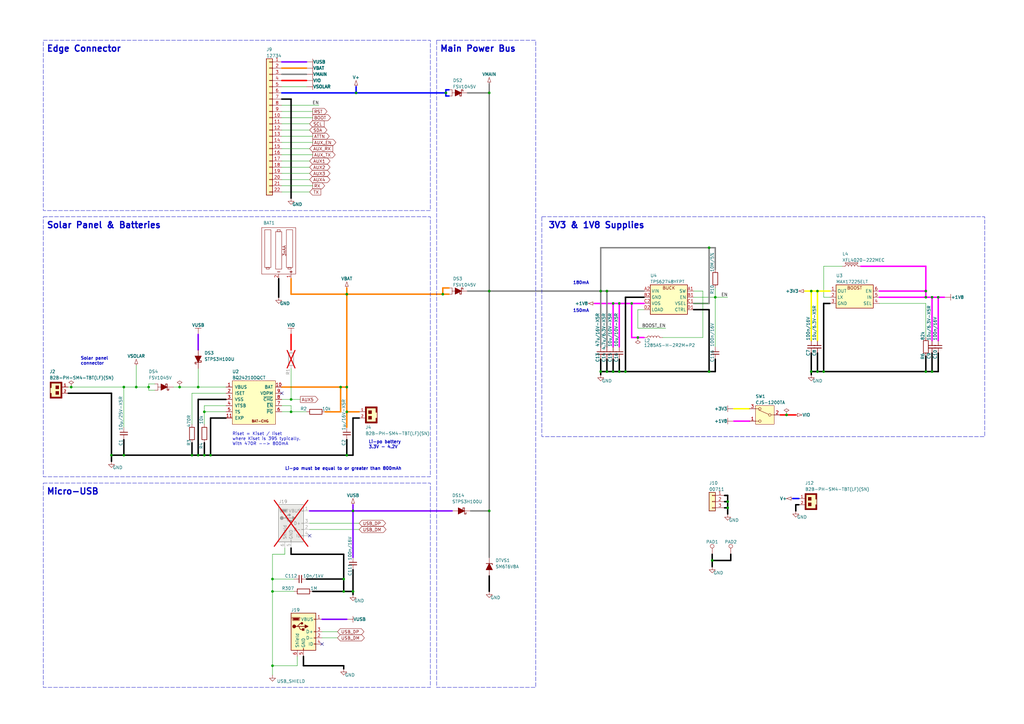
<source format=kicad_sch>
(kicad_sch (version 20230121) (generator eeschema)
  (paper "A3")
  (title_block (title "Notecarrier-A") (date "DRAFT") (rev "A") (comment 1 "Blues Inc") (comment 2 "Heath Raftery"))
  (junction (at 200.66 209.55))
  (junction (at 254 124.46))
  (junction (at 146.05 38.1))
  (junction (at 81.28 186.69))
  (junction (at 142.24 120.65))
  (junction (at 379.73 152.4))
  (junction (at 335.28 119.38))
  (junction (at 290.83 101.6))
  (junction (at 246.38 152.4))
  (junction (at 140.97 237.49))
  (junction (at 111.76 273.05))
  (junction (at 379.73 119.38))
  (junction (at 81.28 158.75))
  (junction (at 254 152.4))
  (junction (at 60.96 158.75))
  (junction (at 200.66 38.1))
  (junction (at 298.45 205.74))
  (junction (at 293.37 121.92))
  (junction (at 140.97 242.57))
  (junction (at 45.72 186.69))
  (junction (at 119.38 168.91))
  (junction (at 332.74 152.4))
  (junction (at 332.74 119.38))
  (junction (at 292.1 229.87))
  (junction (at 290.83 152.4))
  (junction (at 142.24 168.91))
  (junction (at 111.76 237.49))
  (junction (at 251.46 152.4))
  (junction (at 139.7 158.75))
  (junction (at 335.28 152.4))
  (junction (at 78.74 186.69))
  (junction (at 119.38 163.83))
  (junction (at 337.82 152.4))
  (junction (at 142.24 158.75))
  (junction (at 83.82 186.69))
  (junction (at 181.61 120.65))
  (junction (at 251.46 124.46))
  (junction (at 382.27 121.92))
  (junction (at 200.66 119.38))
  (junction (at 259.08 124.46))
  (junction (at 50.8 186.69))
  (junction (at 73.66 158.75))
  (junction (at 29.21 158.75))
  (junction (at 86.36 186.69))
  (junction (at 142.24 186.69))
  (junction (at 50.8 158.75))
  (junction (at 55.88 158.75))
  (junction (at 83.82 168.91))
  (junction (at 256.54 152.4))
  (junction (at 322.58 170.18))
  (junction (at 246.38 119.38))
  (junction (at 261.62 138.43))
  (junction (at 384.81 121.92))
  (junction (at 111.76 242.57))
  (junction (at 298.45 208.28))
  (junction (at 182.88 38.1))
  (junction (at 144.78 242.57))
  (junction (at 248.92 119.38))
  (junction (at 144.78 209.55))
  (junction (at 379.73 121.92))
  (junction (at 382.27 152.4))
  (junction (at 248.92 152.4))
  (no_connect (at 127 219.71))
  (no_connect (at 115.57 161.29))
  (no_connect (at 132.08 264.16))
  (wire (pts (xy 246.38 101.6) (xy 246.38 119.38)) (stroke (width 0.6) (color 132 132 132 1)))
  (wire (pts (xy 121.92 269.24) (xy 121.92 273.05)))
  (wire (pts (xy 139.7 168.91) (xy 133.35 168.91)) (stroke (width 0.6) (color 255 128 0 1)))
  (wire (pts (xy 340.36 121.92) (xy 337.82 121.92)))
  (wire (pts (xy 55.88 158.75) (xy 60.96 158.75)))
  (wire (pts (xy 92.71 171.45) (xy 86.36 171.45)) (stroke (width 0.6) (color 0 0 0 1)))
  (wire (pts (xy 256.54 152.4) (xy 290.83 152.4)) (stroke (width 0.6) (color 0 0 0 1)))
  (wire (pts (xy 200.66 119.38) (xy 200.66 209.55)) (stroke (width 0.6) (color 132 132 132 1)))
  (wire (pts (xy 144.78 228.6) (xy 144.78 209.55)) (stroke (width 0.6) (color 128 0 255 1)))
  (wire (pts (xy 307.34 172.72) (xy 300.99 172.72)) (stroke (width 0.6) (color 255 0 255 1)))
  (wire (pts (xy 147.32 171.45) (xy 144.78 171.45)) (stroke (width 0.6) (color 0 0 0 1)))
  (wire (pts (xy 332.74 152.4) (xy 332.74 153.67)) (stroke (width 0.6) (color 0 0 0 1)))
  (wire (pts (xy 86.36 171.45) (xy 86.36 186.69)) (stroke (width 0.6) (color 0 0 0 1)))
  (wire (pts (xy 290.83 124.46) (xy 284.48 124.46)))
  (wire (pts (xy 142.24 168.91) (xy 142.24 175.26)) (stroke (width 0.6) (color 255 128 0 1)))
  (wire (pts (xy 384.81 121.92) (xy 387.35 121.92)) (stroke (width 0.6) (color 255 0 255 1)))
  (wire (pts (xy 144.78 233.68) (xy 144.78 242.57)) (stroke (width 0.6) (color 0 0 0 1)))
  (wire (pts (xy 181.61 120.65) (xy 184.15 120.65)) (stroke (width 0.6) (color 255 128 0 1)))
  (wire (pts (xy 200.66 38.1) (xy 200.66 119.38)) (stroke (width 0.6) (color 132 132 132 1)))
  (wire (pts (xy 127 217.17) (xy 147.32 217.17)))
  (wire (pts (xy 115.57 73.66) (xy 127 73.66)))
  (wire (pts (xy 81.28 158.75) (xy 81.28 151.13)))
  (wire (pts (xy 115.57 66.04) (xy 127 66.04)))
  (wire (pts (xy 81.28 163.83) (xy 81.28 186.69)) (stroke (width 0.6) (color 0 0 0 1)))
  (wire (pts (xy 298.45 205.74) (xy 297.18 205.74)) (stroke (width 0.6) (color 0 0 0 1)))
  (wire (pts (xy 327.66 207.01) (xy 326.39 207.01)) (stroke (width 0.6) (color 0 0 0 1)))
  (wire (pts (xy 144.78 209.55) (xy 127 209.55)) (stroke (width 0.6) (color 128 0 255 1)))
  (wire (pts (xy 115.57 158.75) (xy 139.7 158.75)) (stroke (width 0.6) (color 255 128 0 1)))
  (wire (pts (xy 284.48 124.46) (xy 290.83 124.46)) (stroke (width 0.6) (color 132 132 132 1)))
  (wire (pts (xy 115.57 58.42) (xy 128.27 58.42)))
  (wire (pts (xy 330.2 119.38) (xy 332.74 119.38)) (stroke (width 0.6) (color 255 255 0 1)))
  (wire (pts (xy 111.76 242.57) (xy 120.65 242.57)))
  (wire (pts (xy 140.97 274.32) (xy 140.97 273.05)) (stroke (width 0.6) (color 0 0 0 1)))
  (wire (pts (xy 119.38 120.65) (xy 119.38 114.3)) (stroke (width 0.6) (color 255 128 0 1)))
  (wire (pts (xy 261.62 138.43) (xy 259.08 138.43)) (stroke (width 0.6) (color 255 0 255 1)))
  (wire (pts (xy 83.82 181.61) (xy 83.82 186.69)) (stroke (width 0.6) (color 0 0 0 1)))
  (wire (pts (xy 290.83 101.6) (xy 290.83 124.46)) (stroke (width 0.6) (color 132 132 132 1)))
  (wire (pts (xy 115.57 38.1) (xy 146.05 38.1)) (stroke (width 0.6) (color 0 0 255 1)))
  (wire (pts (xy 254 124.46) (xy 251.46 124.46)) (stroke (width 0.6) (color 255 0 255 1)))
  (wire (pts (xy 327.66 204.47) (xy 325.12 204.47)) (stroke (width 0.6) (color 0 0 255 1)))
  (wire (pts (xy 379.73 119.38) (xy 379.73 109.22)) (stroke (width 0.6) (color 255 0 255 1)))
  (wire (pts (xy 200.66 119.38) (xy 246.38 119.38)) (stroke (width 0.6) (color 132 132 132 1)))
  (wire (pts (xy 83.82 186.69) (xy 81.28 186.69)) (stroke (width 0.6) (color 0 0 0 1)))
  (wire (pts (xy 337.82 121.92) (xy 337.82 109.22)))
  (wire (pts (xy 60.96 158.75) (xy 60.96 160.02)))
  (wire (pts (xy 191.77 38.1) (xy 200.66 38.1)) (stroke (width 0.6) (color 132 132 132 1)))
  (wire (pts (xy 60.96 157.48) (xy 63.5 157.48)))
  (wire (pts (xy 326.39 209.55) (xy 326.39 207.01)) (stroke (width 0.6) (color 0 0 0 1)))
  (wire (pts (xy 246.38 101.6) (xy 290.83 101.6)) (stroke (width 0.6) (color 132 132 132 1)))
  (wire (pts (xy 181.61 120.65) (xy 181.61 118.11)) (stroke (width 0.6) (color 255 128 0 1)))
  (wire (pts (xy 248.92 119.38) (xy 264.16 119.38)) (stroke (width 0.6) (color 132 132 132 1)))
  (wire (pts (xy 298.45 205.74) (xy 298.45 208.28)) (stroke (width 0.6) (color 0 0 0 1)))
  (wire (pts (xy 114.3 114.3) (xy 114.3 121.92)) (stroke (width 0.6) (color 0 0 0 1)))
  (wire (pts (xy 337.82 109.22) (xy 345.44 109.22)))
  (wire (pts (xy 115.57 27.94) (xy 125.73 27.94)) (stroke (width 0.6) (color 255 128 0 1)))
  (wire (pts (xy 379.73 124.46) (xy 360.68 124.46)))
  (wire (pts (xy 127 214.63) (xy 147.32 214.63)))
  (wire (pts (xy 81.28 143.51) (xy 81.28 137.16)) (stroke (width 0.6) (color 128 0 255 1)))
  (wire (pts (xy 379.73 109.22) (xy 353.06 109.22)) (stroke (width 0.6) (color 255 0 255 1)))
  (wire (pts (xy 335.28 119.38) (xy 332.74 119.38)) (stroke (width 0.6) (color 255 255 0 1)))
  (wire (pts (xy 144.78 209.55) (xy 185.42 209.55)) (stroke (width 0.6) (color 128 0 255 1)))
  (wire (pts (xy 248.92 119.38) (xy 248.92 142.24)) (stroke (width 0.6) (color 132 132 132 1)))
  (wire (pts (xy 81.28 158.75) (xy 92.71 158.75)))
  (wire (pts (xy 119.38 166.37) (xy 119.38 168.91)))
  (wire (pts (xy 78.74 186.69) (xy 50.8 186.69)) (stroke (width 0.6) (color 0 0 0 1)))
  (wire (pts (xy 290.83 101.6) (xy 293.37 101.6)) (stroke (width 0.6) (color 132 132 132 1)))
  (wire (pts (xy 128.27 242.57) (xy 140.97 242.57)) (stroke (width 0.6) (color 0 0 0 1)))
  (wire (pts (xy 337.82 124.46) (xy 337.82 152.4)) (stroke (width 0.6) (color 0 0 0 1)))
  (wire (pts (xy 78.74 181.61) (xy 78.74 186.69)) (stroke (width 0.6) (color 0 0 0 1)))
  (wire (pts (xy 45.72 186.69) (xy 45.72 189.23)) (stroke (width 0.6) (color 0 0 0 1)))
  (wire (pts (xy 142.24 254) (xy 132.08 254)) (stroke (width 0.6) (color 128 0 255 1)))
  (wire (pts (xy 115.57 48.26) (xy 128.27 48.26)))
  (wire (pts (xy 55.88 158.75) (xy 50.8 158.75)))
  (wire (pts (xy 261.62 134.62) (xy 273.05 134.62)))
  (wire (pts (xy 290.83 152.4) (xy 290.83 127)) (stroke (width 0.6) (color 0 0 0 1)))
  (wire (pts (xy 332.74 119.38) (xy 332.74 139.7)) (stroke (width 0.6) (color 255 255 0 1)))
  (wire (pts (xy 259.08 138.43) (xy 259.08 124.46)) (stroke (width 0.6) (color 255 0 255 1)))
  (wire (pts (xy 146.05 38.1) (xy 182.88 38.1)) (stroke (width 0.6) (color 0 0 255 1)))
  (wire (pts (xy 81.28 186.69) (xy 78.74 186.69)) (stroke (width 0.6) (color 0 0 0 1)))
  (wire (pts (xy 115.57 60.96) (xy 127 60.96)))
  (wire (pts (xy 290.83 152.4) (xy 293.37 152.4)) (stroke (width 0.6) (color 0 0 0 1)))
  (wire (pts (xy 337.82 124.46) (xy 340.36 124.46)) (stroke (width 0.6) (color 0 0 0 1)))
  (wire (pts (xy 384.81 144.78) (xy 384.81 152.4)) (stroke (width 0.6) (color 0 0 0 1)))
  (wire (pts (xy 182.88 39.37) (xy 182.88 38.1)) (stroke (width 0.6) (color 0 0 255 1)))
  (wire (pts (xy 256.54 152.4) (xy 254 152.4)) (stroke (width 0.6) (color 0 0 0 1)))
  (wire (pts (xy 115.57 168.91) (xy 119.38 168.91)))
  (wire (pts (xy 142.24 120.65) (xy 181.61 120.65)) (stroke (width 0.6) (color 255 128 0 1)))
  (wire (pts (xy 142.24 168.91) (xy 147.32 168.91)) (stroke (width 0.6) (color 255 128 0 1)))
  (wire (pts (xy 140.97 273.05) (xy 124.46 273.05)) (stroke (width 0.6) (color 0 0 0 1)))
  (wire (pts (xy 115.57 25.4) (xy 125.73 25.4)) (stroke (width 0.6) (color 128 0 255 1)))
  (wire (pts (xy 124.46 273.05) (xy 124.46 269.24)) (stroke (width 0.6) (color 0 0 0 1)))
  (wire (pts (xy 261.62 138.43) (xy 264.16 138.43)) (stroke (width 0.6) (color 255 0 255 1)))
  (wire (pts (xy 115.57 45.72) (xy 128.27 45.72)))
  (wire (pts (xy 382.27 152.4) (xy 382.27 144.78)) (stroke (width 0.6) (color 0 0 0 1)))
  (wire (pts (xy 298.45 208.28) (xy 297.18 208.28)) (stroke (width 0.6) (color 0 0 0 1)))
  (wire (pts (xy 121.92 273.05) (xy 111.76 273.05)))
  (wire (pts (xy 243.84 124.46) (xy 251.46 124.46)) (stroke (width 0.6) (color 255 0 255 1)))
  (wire (pts (xy 115.57 68.58) (xy 127 68.58)))
  (wire (pts (xy 111.76 273.05) (xy 111.76 276.86)))
  (wire (pts (xy 332.74 152.4) (xy 332.74 144.78)) (stroke (width 0.6) (color 0 0 0 1)))
  (wire (pts (xy 251.46 124.46) (xy 251.46 142.24)) (stroke (width 0.6) (color 255 0 255 1)))
  (wire (pts (xy 119.38 151.13) (xy 119.38 163.83)))
  (wire (pts (xy 288.29 138.43) (xy 288.29 119.38)))
  (wire (pts (xy 379.73 121.92) (xy 379.73 119.38)) (stroke (width 0.6) (color 255 0 255 1)))
  (wire (pts (xy 261.62 127) (xy 261.62 134.62)))
  (wire (pts (xy 200.66 209.55) (xy 200.66 228.6)) (stroke (width 0.6) (color 132 132 132 1)))
  (wire (pts (xy 251.46 152.4) (xy 254 152.4)) (stroke (width 0.6) (color 0 0 0 1)))
  (wire (pts (xy 45.72 186.69) (xy 50.8 186.69)) (stroke (width 0.6) (color 0 0 0 1)))
  (wire (pts (xy 246.38 119.38) (xy 246.38 142.24)) (stroke (width 0.6) (color 132 132 132 1)))
  (wire (pts (xy 382.27 121.92) (xy 382.27 139.7)) (stroke (width 0.6) (color 255 0 255 1)))
  (wire (pts (xy 83.82 166.37) (xy 83.82 168.91)))
  (wire (pts (xy 292.1 229.87) (xy 292.1 227.33)) (stroke (width 0.6) (color 0 0 0 1)))
  (wire (pts (xy 290.83 127) (xy 284.48 127)) (stroke (width 0.6) (color 0 0 0 1)))
  (wire (pts (xy 332.74 152.4) (xy 335.28 152.4)) (stroke (width 0.6) (color 0 0 0 1)))
  (wire (pts (xy 50.8 158.75) (xy 50.8 175.26)))
  (wire (pts (xy 111.76 237.49) (xy 120.65 237.49)))
  (wire (pts (xy 144.78 243.84) (xy 144.78 242.57)) (stroke (width 0.6) (color 0 0 0 1)))
  (wire (pts (xy 111.76 242.57) (xy 111.76 273.05)))
  (wire (pts (xy 251.46 152.4) (xy 251.46 147.32)) (stroke (width 0.6) (color 0 0 0 1)))
  (wire (pts (xy 335.28 119.38) (xy 335.28 139.7)) (stroke (width 0.6) (color 255 255 0 1)))
  (wire (pts (xy 115.57 35.56) (xy 125.73 35.56)))
  (wire (pts (xy 83.82 168.91) (xy 92.71 168.91)))
  (wire (pts (xy 142.24 186.69) (xy 86.36 186.69)) (stroke (width 0.6) (color 0 0 0 1)))
  (wire (pts (xy 337.82 152.4) (xy 335.28 152.4)) (stroke (width 0.6) (color 0 0 0 1)))
  (wire (pts (xy 142.24 158.75) (xy 139.7 158.75)) (stroke (width 0.6) (color 255 128 0 1)))
  (wire (pts (xy 246.38 152.4) (xy 248.92 152.4)) (stroke (width 0.6) (color 0 0 0 1)))
  (wire (pts (xy 293.37 121.92) (xy 293.37 118.11)))
  (wire (pts (xy 379.73 152.4) (xy 379.73 146.05)) (stroke (width 0.6) (color 0 0 0 1)))
  (wire (pts (xy 299.72 229.87) (xy 292.1 229.87)) (stroke (width 0.6) (color 0 0 0 1)))
  (wire (pts (xy 86.36 186.69) (xy 83.82 186.69)) (stroke (width 0.6) (color 0 0 0 1)))
  (wire (pts (xy 246.38 152.4) (xy 246.38 147.32)) (stroke (width 0.6) (color 0 0 0 1)))
  (wire (pts (xy 298.45 203.2) (xy 298.45 205.74)) (stroke (width 0.6) (color 0 0 0 1)))
  (wire (pts (xy 144.78 242.57) (xy 140.97 242.57)) (stroke (width 0.6) (color 0 0 0 1)))
  (wire (pts (xy 264.16 127) (xy 261.62 127)))
  (wire (pts (xy 259.08 124.46) (xy 254 124.46)) (stroke (width 0.6) (color 255 0 255 1)))
  (wire (pts (xy 115.57 40.64) (xy 119.38 40.64)) (stroke (width 0.6) (color 0 0 0 1)))
  (wire (pts (xy 60.96 158.75) (xy 60.96 157.48)))
  (wire (pts (xy 293.37 152.4) (xy 293.37 147.32)) (stroke (width 0.6) (color 0 0 0 1)))
  (wire (pts (xy 119.38 120.65) (xy 142.24 120.65)) (stroke (width 0.6) (color 255 128 0 1)))
  (wire (pts (xy 115.57 76.2) (xy 128.27 76.2)))
  (wire (pts (xy 322.58 170.18) (xy 320.04 170.18)) (stroke (width 0.6) (color 255 0 0 1)))
  (wire (pts (xy 115.57 53.34) (xy 127 53.34)))
  (wire (pts (xy 248.92 152.4) (xy 248.92 147.32)) (stroke (width 0.6) (color 0 0 0 1)))
  (wire (pts (xy 119.38 168.91) (xy 125.73 168.91)))
  (wire (pts (xy 300.99 167.64) (xy 307.34 167.64)) (stroke (width 0.6) (color 255 255 0 1)))
  (wire (pts (xy 83.82 168.91) (xy 83.82 173.99)))
  (wire (pts (xy 55.88 149.86) (xy 55.88 158.75)))
  (wire (pts (xy 115.57 33.02) (xy 125.73 33.02)) (stroke (width 0.6) (color 255 0 0 1)))
  (wire (pts (xy 115.57 50.8) (xy 127 50.8)))
  (wire (pts (xy 119.38 40.64) (xy 119.38 81.28)) (stroke (width 0.6) (color 0 0 0 1)))
  (wire (pts (xy 73.66 158.75) (xy 81.28 158.75)))
  (wire (pts (xy 115.57 63.5) (xy 128.27 63.5)))
  (wire (pts (xy 146.05 38.1) (xy 146.05 35.56)) (stroke (width 0.6) (color 0 0 255 1)))
  (wire (pts (xy 92.71 166.37) (xy 83.82 166.37)))
  (wire (pts (xy 140.97 227.33) (xy 140.97 237.49)) (stroke (width 0.6) (color 0 0 0 1)))
  (wire (pts (xy 379.73 138.43) (xy 379.73 124.46)))
  (wire (pts (xy 81.28 163.83) (xy 92.71 163.83)) (stroke (width 0.6) (color 0 0 0 1)))
  (wire (pts (xy 115.57 78.74) (xy 127 78.74)))
  (wire (pts (xy 115.57 43.18) (xy 130.81 43.18)))
  (wire (pts (xy 50.8 180.34) (xy 50.8 186.69)) (stroke (width 0.6) (color 0 0 0 1)))
  (wire (pts (xy 360.68 121.92) (xy 379.73 121.92)) (stroke (width 0.6) (color 255 0 255 1)))
  (wire (pts (xy 142.24 180.34) (xy 142.24 186.69)) (stroke (width 0.6) (color 0 0 0 1)))
  (wire (pts (xy 200.66 119.38) (xy 191.77 119.38)) (stroke (width 0.6) (color 132 132 132 1)))
  (wire (pts (xy 293.37 121.92) (xy 284.48 121.92)))
  (wire (pts (xy 140.97 227.33) (xy 119.38 227.33)) (stroke (width 0.6) (color 0 0 0 1)))
  (wire (pts (xy 384.81 139.7) (xy 384.81 121.92)) (stroke (width 0.6) (color 255 0 255 1)))
  (wire (pts (xy 288.29 119.38) (xy 284.48 119.38)))
  (wire (pts (xy 132.08 259.08) (xy 138.43 259.08)))
  (wire (pts (xy 142.24 168.91) (xy 142.24 158.75)) (stroke (width 0.6) (color 255 128 0 1)))
  (wire (pts (xy 335.28 152.4) (xy 335.28 144.78)) (stroke (width 0.6) (color 0 0 0 1)))
  (wire (pts (xy 299.72 229.87) (xy 299.72 227.33)) (stroke (width 0.6) (color 0 0 0 1)))
  (wire (pts (xy 63.5 160.02) (xy 60.96 160.02)))
  (wire (pts (xy 182.88 38.1) (xy 182.88 36.83)) (stroke (width 0.6) (color 0 0 255 1)))
  (wire (pts (xy 111.76 227.33) (xy 111.76 237.49)))
  (wire (pts (xy 379.73 119.38) (xy 360.68 119.38)) (stroke (width 0.6) (color 255 0 255 1)))
  (wire (pts (xy 140.97 237.49) (xy 140.97 242.57)) (stroke (width 0.6) (color 0 0 0 1)))
  (wire (pts (xy 92.71 161.29) (xy 78.74 161.29)))
  (wire (pts (xy 181.61 118.11) (xy 184.15 118.11)) (stroke (width 0.6) (color 255 128 0 1)))
  (wire (pts (xy 248.92 152.4) (xy 251.46 152.4)) (stroke (width 0.6) (color 0 0 0 1)))
  (wire (pts (xy 111.76 237.49) (xy 111.76 242.57)))
  (wire (pts (xy 256.54 121.92) (xy 264.16 121.92)) (stroke (width 0.6) (color 0 0 0 1)))
  (wire (pts (xy 119.38 163.83) (xy 123.19 163.83)))
  (wire (pts (xy 298.45 208.28) (xy 298.45 210.82)) (stroke (width 0.6) (color 0 0 0 1)))
  (wire (pts (xy 182.88 39.37) (xy 184.15 39.37)) (stroke (width 0.6) (color 0 0 255 1)))
  (wire (pts (xy 78.74 161.29) (xy 78.74 173.99)))
  (wire (pts (xy 115.57 30.48) (xy 125.73 30.48)) (stroke (width 0.6) (color 132 132 132 1)))
  (wire (pts (xy 71.12 158.75) (xy 73.66 158.75)))
  (wire (pts (xy 115.57 55.88) (xy 128.27 55.88)))
  (wire (pts (xy 115.57 71.12) (xy 127 71.12)))
  (wire (pts (xy 144.78 209.55) (xy 144.78 207.01)) (stroke (width 0.6) (color 128 0 255 1)))
  (wire (pts (xy 119.38 227.33) (xy 119.38 224.79)) (stroke (width 0.6) (color 0 0 0 1)))
  (wire (pts (xy 182.88 36.83) (xy 184.15 36.83)) (stroke (width 0.6) (color 0 0 255 1)))
  (wire (pts (xy 254 152.4) (xy 254 147.32)) (stroke (width 0.6) (color 0 0 0 1)))
  (wire (pts (xy 382.27 152.4) (xy 384.81 152.4)) (stroke (width 0.6) (color 0 0 0 1)))
  (wire (pts (xy 254 124.46) (xy 254 142.24)) (stroke (width 0.6) (color 255 0 255 1)))
  (wire (pts (xy 50.8 158.75) (xy 29.21 158.75)))
  (wire (pts (xy 293.37 121.92) (xy 298.45 121.92)))
  (wire (pts (xy 337.82 152.4) (xy 379.73 152.4)) (stroke (width 0.6) (color 0 0 0 1)))
  (wire (pts (xy 293.37 110.49) (xy 293.37 101.6)) (stroke (width 0.6) (color 132 132 132 1)))
  (wire (pts (xy 139.7 158.75) (xy 139.7 168.91)) (stroke (width 0.6) (color 255 128 0 1)))
  (wire (pts (xy 200.66 34.29) (xy 200.66 38.1)) (stroke (width 0.6) (color 132 132 132 1)))
  (wire (pts (xy 142.24 120.65) (xy 142.24 118.11)) (stroke (width 0.6) (color 255 128 0 1)))
  (wire (pts (xy 115.57 166.37) (xy 119.38 166.37)))
  (wire (pts (xy 119.38 143.51) (xy 119.38 137.16)) (stroke (width 0.6) (color 255 0 0 1)))
  (wire (pts (xy 271.78 138.43) (xy 288.29 138.43)))
  (wire (pts (xy 246.38 152.4) (xy 246.38 153.67)) (stroke (width 0.6) (color 0 0 0 1)))
  (wire (pts (xy 382.27 121.92) (xy 384.81 121.92)) (stroke (width 0.6) (color 255 0 255 1)))
  (wire (pts (xy 27.94 161.29) (xy 45.72 161.29)) (stroke (width 0.6) (color 0 0 0 1)))
  (wire (pts (xy 264.16 124.46) (xy 259.08 124.46)) (stroke (width 0.6) (color 255 0 255 1)))
  (wire (pts (xy 379.73 152.4) (xy 382.27 152.4)) (stroke (width 0.6) (color 0 0 0 1)))
  (wire (pts (xy 125.73 237.49) (xy 140.97 237.49)) (stroke (width 0.6) (color 0 0 0 1)))
  (wire (pts (xy 298.45 203.2) (xy 297.18 203.2)) (stroke (width 0.6) (color 0 0 0 1)))
  (wire (pts (xy 132.08 261.62) (xy 138.43 261.62)))
  (wire (pts (xy 144.78 186.69) (xy 142.24 186.69)) (stroke (width 0.6) (color 0 0 0 1)))
  (wire (pts (xy 292.1 229.87) (xy 292.1 232.41)) (stroke (width 0.6) (color 0 0 0 1)))
  (wire (pts (xy 335.28 119.38) (xy 340.36 119.38)) (stroke (width 0.6) (color 255 255 0 1)))
  (wire (pts (xy 248.92 119.38) (xy 246.38 119.38)) (stroke (width 0.6) (color 132 132 132 1)))
  (wire (pts (xy 116.84 227.33) (xy 116.84 224.79)))
  (wire (pts (xy 29.21 158.75) (xy 27.94 158.75)))
  (wire (pts (xy 115.57 163.83) (xy 119.38 163.83)))
  (wire (pts (xy 200.66 242.57) (xy 200.66 236.22)) (stroke (width 0.6) (color 0 0 0 1)))
  (wire (pts (xy 144.78 171.45) (xy 144.78 186.69)) (stroke (width 0.6) (color 0 0 0 1)))
  (wire (pts (xy 379.73 121.92) (xy 382.27 121.92)) (stroke (width 0.6) (color 255 0 255 1)))
  (wire (pts (xy 326.39 170.18) (xy 322.58 170.18)) (stroke (width 0.6) (color 255 0 0 1)))
  (wire (pts (xy 200.66 209.55) (xy 193.04 209.55)) (stroke (width 0.6) (color 132 132 132 1)))
  (wire (pts (xy 111.76 227.33) (xy 116.84 227.33)))
  (wire (pts (xy 256.54 121.92) (xy 256.54 152.4)) (stroke (width 0.6) (color 0 0 0 1)))
  (wire (pts (xy 142.24 120.65) (xy 142.24 158.75)) (stroke (width 0.6) (color 255 128 0 1)))
  (wire (pts (xy 293.37 142.24) (xy 293.37 121.92)))
  (wire (pts (xy 45.72 161.29) (xy 45.72 186.69)) (stroke (width 0.6) (color 0 0 0 1)))
  (rectangle (start 17.78 88.9) (end 176.53 195.58) (stroke (width 0) (type dash)))
  (rectangle (start 17.78 198.12) (end 176.53 281.94) (stroke (width 0) (type dash)))
  (rectangle (start 222.25 88.9) (end 403.86 179.07) (stroke (width 0) (type dash)))
  (rectangle (start 179.07 16.51) (end 219.71 281.94) (stroke (width 0) (type dash)))
  (rectangle (start 17.78 16.51) (end 176.53 86.36) (stroke (width 0) (type dash)))
  (text "Main Power Bus" (at 180.34 21.59 0) (effects (font (size 2.54 2.54) (thickness 0.508) bold) (justify left bottom)))
  (text "Riset = Kiset / Iiset\nwhere Kiset is 395 typically.\nWith 470R --> 800mA" (at 95.25 182.88 0) (effects (font (size 1.27 1.27)) (justify left bottom)))
  (text "Micro-USB" (at 19.05 203.2 0) (effects (font (size 2.54 2.54) (thickness 0.508) bold) (justify left bottom)))
  (text "Solar Panel & Batteries" (at 19.05 93.98 0) (effects (font (size 2.54 2.54) (thickness 0.508) bold) (justify left bottom)))
  (text "150mA" (at 234.95 128.27 0) (effects (font (size 1.27 1.27) (thickness 0.254) bold) (justify left bottom)))
  (text "Solar panel\nconnector" (at 33.02 149.86 0) (effects (font (size 1.27 1.27) (thickness 0.254) bold) (justify left bottom)))
  (text "Li-po must be equal to or greater than 800mAh" (at 116.84 193.04 0) (effects (font (size 1.27 1.27) (thickness 0.254) bold) (justify left bottom)))
  (text "180mA" (at 234.95 116.84 0) (effects (font (size 1.27 1.27) (thickness 0.254) bold) (justify left bottom)))
  (text "Li-po battery\n3.3V - 4.2V" (at 151.13 184.15 0) (effects (font (size 1.27 1.27) (thickness 0.254) bold) (justify left bottom)))
  (text "Edge Connector" (at 19.05 21.59 0) (effects (font (size 2.54 2.54) (thickness 0.508) bold) (justify left bottom)))
  (text "3V3 & 1V8 Supplies" (at 224.79 93.98 0) (effects (font (size 2.54 2.54) (thickness 0.508) bold) (justify left bottom)))
  (label "EN" (at 130.81 43.18 180))
  (label "BOOST_EN" (at 273.05 134.62 180))
  (label "EN" (at 298.45 121.92 180))
  (global_label "BOOT" (shape output) (at 128.27 48.26 0) (property "Intersheetrefs" "${INTERSHEET_REFS}" (effects hide)))
  (global_label "TX" (shape input) (at 127 78.74 0) (property "Intersheetrefs" "${INTERSHEET_REFS}" (effects hide)))
  (global_label "USB_DP" (shape bidirectional) (at 138.43 259.08 0) (property "Intersheetrefs" "${INTERSHEET_REFS}" (effects hide)))
  (global_label "AUX2" (shape bidirectional) (at 127 68.58 0) (property "Intersheetrefs" "${INTERSHEET_REFS}" (effects hide)))
  (global_label "AUX_EN" (shape output) (at 128.27 58.42 0) (property "Intersheetrefs" "${INTERSHEET_REFS}" (effects hide)))
  (global_label "AUX_RX" (shape input) (at 127 60.96 0) (property "Intersheetrefs" "${INTERSHEET_REFS}" (effects hide)))
  (global_label "AUX_TX" (shape output) (at 128.27 63.5 0) (property "Intersheetrefs" "${INTERSHEET_REFS}" (effects hide)))
  (global_label "RST" (shape output) (at 128.27 45.72 0) (property "Intersheetrefs" "${INTERSHEET_REFS}" (effects hide)))
  (global_label "AUX4" (shape bidirectional) (at 127 73.66 0) (property "Intersheetrefs" "${INTERSHEET_REFS}" (effects hide)))
  (global_label "SCL" (shape input) (at 127 50.8 0) (property "Intersheetrefs" "${INTERSHEET_REFS}" (effects hide)))
  (global_label "USB_DM" (shape bidirectional) (at 138.43 261.62 0) (property "Intersheetrefs" "${INTERSHEET_REFS}" (effects hide)))
  (global_label "USB_DM" (shape bidirectional) (at 147.32 217.17 0) (property "Intersheetrefs" "${INTERSHEET_REFS}" (effects hide)))
  (global_label "AUX3" (shape bidirectional) (at 127 71.12 0) (property "Intersheetrefs" "${INTERSHEET_REFS}" (effects hide)))
  (global_label "SDA" (shape bidirectional) (at 127 53.34 0) (property "Intersheetrefs" "${INTERSHEET_REFS}" (effects hide)))
  (global_label "AUX5" (shape output) (at 123.19 163.83 0) (property "Intersheetrefs" "${INTERSHEET_REFS}" (effects hide)))
  (global_label "USB_DP" (shape bidirectional) (at 147.32 214.63 0) (property "Intersheetrefs" "${INTERSHEET_REFS}" (effects hide)))
  (global_label "AUX1" (shape bidirectional) (at 127 66.04 0) (property "Intersheetrefs" "${INTERSHEET_REFS}" (effects hide)))
  (global_label "RX" (shape output) (at 128.27 76.2 0) (property "Intersheetrefs" "${INTERSHEET_REFS}" (effects hide)))
  (global_label "ATTN" (shape output) (at 128.27 55.88 0) (property "Intersheetrefs" "${INTERSHEET_REFS}" (effects hide)))
  (symbol (lib_id "Device:R") (at 83.82 177.8 0) (unit 1)
    (property "Reference" "R4" (at 82.55 184.15 90) (effects (justify left)))
    (property "Value" "10k" (at 82.55 173.99 90) (effects (justify left)))
    (property "Footprint" "blues-kicad-lib:RES 0402_1005" (effects hide))
    (property "Description" "Res Thick Film 0402 10K Ohm 1% 1/16W ±100ppm/°C Molded SMD SMD T/R" (effects hide))
    (property "Manufacturer" "Samsung" (effects hide))
    (property "Order Code" "1276-3431-2-ND" (effects hide))
    (property "Part Number" "RC1005F103CS" (effects hide))
    (property "Supplier" "Digi-Key" (effects hide))
    (instances (project "Notecarrier-F" (path "" (reference "R4") (unit 1))) (project "Notecarrier-A" (path "" (reference "R10") (unit 1))))
  )
  (symbol (lib_id "Device:C_Small") (at 123.19 237.49 90) (mirror x) (unit 1)
    (property "Reference" "C112" (at 121.92 236.22 90) (effects (justify left)))
    (property "Value" "10n/1kV" (at 132.715 236.22 90) (effects (justify left)))
    (property "Footprint" "blues-kicad-lib:CS-C-1206" (effects hide))
    (property "Description" "CHIP CAP.CER. 10nF 1000V 10% X7R 1206" (effects hide))
    (property "Pkg Type" "SMD" (effects hide))
  )
  (symbol (lib_id "power:GND") (at 292.1 232.41 0) (mirror y) (unit 1)
    (property "Reference" "#PWR026" (effects hide))
    (property "Value" "GND" (at 294.64 234.95 0))
  )
  (symbol (lib_name "FSV1045V_1") (lib_id "blues-kicad-lib:FSV1045V") (at 187.96 38.1 0) (mirror y) (unit 1)
    (property "Reference" "DS2" (at 187.706 33.02 0))
    (property "Value" "FSV1045V" (at 190.5 35.56 0))
    (property "Footprint" "blues-kicad-lib:TO277-3" (effects hide))
    (property "Datasheet" "https://www.onsemi.com/pdf/datasheet/fsv1045v-d.pdf" (effects hide))
  )
  (symbol (lib_id "blues-kicad-lib:power_VMAIN_Source") (at 200.66 34.29 0) (unit 1)
    (property "Reference" "#PWR049" (effects hide))
    (property "Value" "VMAIN" (at 200.66 30.48 0) (effects (font bold)))
  )
  (symbol (lib_id "Connector:USB_B_Micro") (at 119.38 214.63 0) (unit 1) (dnp yes)
    (property "Reference" "J19" (at 114.3 205.74 0) (effects (justify left)))
    (property "Value" "MICROUSB-B" (effects hide))
    (property "Footprint" "blues-kicad-lib:J-5-0065-FOS-MICROUSB10118192" (effects hide))
    (property "Description" "CONN. USB F/90° TYPE MICRO-B C.S. 10118192-0001LF FCI SMT" (effects hide))
    (property "Temperature" "-30°..+85°" (effects hide))
    (property "MPN" "10118192-0001LF" (effects hide))
    (property "Pkg Type" "SMD" (effects hide))
  )
  (symbol (lib_id "blues-kicad-lib:D_Schottky_Filled_Swapped") (at 81.28 147.32 90) (unit 1)
    (property "Reference" "DS3" (at 83.82 144.78 90) (effects (justify right)))
    (property "Value" "STPS3H100U" (at 83.82 147.32 90) (effects (justify right)))
    (property "Footprint" "blues-kicad-lib:DO214AA SMB" (effects hide))
    (property "Description" "DIODE SCHOTTKY 100V 3A SMB" (effects hide))
    (property "Manufacturer" "STMicroelectronics" (effects hide))
    (property "Order Code" "497-10392-1-ND" (effects hide))
    (property "Part Number" "STPS3H100U" (effects hide))
    (property "Supplier" "Digi-Key" (effects hide))
    (instances (project "Notecarrier-F" (path "" (reference "DS3") (unit 1))) (project "Notecarrier-A" (path "" (reference "DS5") (unit 1))))
  )
  (symbol (lib_id "blues-kicad-lib:FSV1045V") (at 67.31 158.75 180) (unit 1)
    (property "Reference" "DS4" (at 60.96 152.4 0) (effects (justify right)))
    (property "Value" "FSV1045V" (at 60.96 154.94 0) (effects (justify right)))
    (property "Footprint" "blues-kicad-lib:TO277-3" (effects hide))
    (property "Datasheet" "https://www.onsemi.com/pdf/datasheet/fsv1045v-d.pdf" (effects hide))
    (property "Description" "DIODO SCHOTTKY 10A 45V FSV1045V TO277-3 SMT" (effects hide))
    (property "Manufacturer" "ON Semiconductor / Fairchild" (effects hide))
    (property "Order Code" "FSV1045VCT-ND" (effects hide))
    (property "Part Number" "FSV1045V" (effects hide))
    (property "Supplier" "Digi-Key" (effects hide))
    (instances (project "Notecarrier-F" (path "" (reference "DS4") (unit 1))) (project "Notecarrier-A" (path "" (reference "DS6") (unit 1))))
  )
  (symbol (lib_id "blues-kicad-lib:power_VUSB_Source") (at 144.78 207.01 0) (mirror y) (unit 1)
    (property "Reference" "#PWR025" (effects hide))
    (property "Value" "VUSB" (at 144.78 203.2 0) (effects (font bold)))
  )
  (symbol (lib_id "blues-kicad-lib:power_VIO") (at 125.73 33.02 270) (unit 1)
    (property "Reference" "#PWR02" (effects hide))
    (property "Value" "VIO" (at 128.27 33.02 90) (effects (font bold) (justify left)))
  )
  (symbol (lib_id "blues-kicad-lib:TPS62748") (at 274.32 121.92 0) (unit 1)
    (property "Reference" "U4" (at 266.7 113.03 0) (effects (justify left)))
    (property "Value" "TPS62748YFPT" (at 266.7 115.57 0) (effects (justify left)))
    (property "Footprint" "blues-kicad-lib:XFBGA8" (effects hide))
    (property "Datasheet" "https://www.ti.com/lit/ds/symlink/tps62748.pdf" (effects hide))
    (property "Description" "I.C. DC/DC TPS62748YFPT TEXAS DSBGA8 SMT" (effects hide))
    (property "Temperature" "-40°..+85°" (effects hide))
    (property "MPN" "TPS62748YFPT" (effects hide))
    (property "Pkg Type" "SMD" (effects hide))
  )
  (symbol (lib_id "blues-kicad-lib:L_Shielded") (at 349.25 109.22 90) (unit 1)
    (property "Reference" "L4" (at 346.71 104.14 90))
    (property "Value" "XFL4020-222MEC" (at 345.44 106.68 90) (effects (justify right)))
    (property "Footprint" "blues-kicad-lib:LS-XFL4020" (effects hide))
    (property "Description" "INDUTTANZA 2.2 uH 3.1A 20% XFL4020-222MEC COILCRAFT SMT" (effects hide))
    (property "Temperature" "-40°..+125°" (effects hide))
    (property "MPN" "XFL4020-222MEC" (effects hide))
    (property "Pkg Type" "SMD" (effects hide))
  )
  (symbol (lib_id "blues-kicad-lib:B2B-PH-SM4-TBT(LF)(SN)") (at 151.13 170.18 0) (unit 1)
    (property "Reference" "J4" (at 149.86 175.26 0) (effects (justify left)))
    (property "Value" "B2B-PH-SM4-TBT(LF)(SN)" (at 149.86 177.8 0) (effects (justify left)))
    (property "Manufacturer" "JST" (effects hide))
  )
  (symbol (lib_id "power:GND") (at 298.45 210.82 0) (mirror y) (unit 1)
    (property "Reference" "#PWR026" (effects hide))
    (property "Value" "GND" (at 300.99 213.36 0))
  )
  (symbol (lib_id "Connector:TestPoint") (at 299.72 227.33 0) (unit 1)
    (property "Reference" "PAD2" (at 297.18 222.25 0) (effects (justify left)))
    (property "Value" "TestPoint" (effects hide))
  )
  (symbol (lib_id "power:GND") (at 200.66 242.57 0) (mirror y) (unit 1)
    (property "Reference" "#PWR026" (effects hide))
    (property "Value" "GND" (at 203.2 245.11 0))
  )
  (symbol (lib_id "Device:C_Small") (at 332.74 142.24 0) (unit 1)
    (property "Reference" "C7" (at 331.47 146.05 90) (effects (justify left)))
    (property "Value" "100n/16V" (at 331.47 139.7 90) (effects (justify left)))
    (property "Footprint" "blues-kicad-lib:CS-C-0402" (effects hide))
    (property "Description" "CHIP CAP.CER. 100nF 16V 10% X7R 0402" (effects hide))
    (property "Pkg Type" "SMD" (effects hide))
  )
  (symbol (lib_id "blues-kicad-lib:power_VUSB_Sink") (at 81.28 137.16 0) (unit 1)
    (property "Reference" "#PWR044" (effects hide))
    (property "Value" "VUSB" (at 81.28 133.35 0) (effects (font bold)))
  )
  (symbol (lib_id "blues-kicad-lib:power_VIO_Source") (at 326.39 170.18 270) (mirror x) (unit 1)
    (property "Reference" "#PWR015" (effects hide))
    (property "Value" "VIO" (at 328.93 170.18 90) (effects (font bold) (justify left)))
  )
  (symbol (lib_id "Device:C_Small") (at 144.78 231.14 0) (mirror y) (unit 1)
    (property "Reference" "C111" (at 143.51 236.22 90) (effects (justify left)))
    (property "Value" "100n/16V" (at 143.51 229.87 90) (effects (justify left)))
    (property "Footprint" "blues-kicad-lib:CS-C-0402" (effects hide))
    (property "Description" "CHIP CAP.CER. 100nF 16V 10% X7R 0402" (effects hide))
    (property "Pkg Type" "SMD" (effects hide))
  )
  (symbol (lib_id "Device:R") (at 379.73 142.24 180) (unit 1)
    (property "Reference" "R6" (at 378.46 144.78 90) (effects (justify left)))
    (property "Value" "82k" (at 378.46 135.89 90) (effects (justify left)))
    (property "Footprint" "blues-kicad-lib:RS-0402" (effects hide))
    (property "Description" "CHIP RES. 82K 0402 1/16W 1%" (effects hide))
    (property "Temperature" "-55°..+155°" (effects hide))
    (property "Pkg Type" "SMD" (effects hide))
  )
  (symbol (lib_id "Device:C_Small") (at 248.92 144.78 0) (unit 1)
    (property "Reference" "C14" (at 247.65 148.59 90) (effects (justify left)))
    (property "Value" "4.7u/6.3V-X5R" (at 247.65 143.51 90) (effects (justify left)))
    (property "Footprint" "blues-kicad-lib:CS-C-0402" (effects hide))
    (property "Description" "CHIP CAP.CER. 4.7uF 6.3V 20% X5R 0402" (effects hide))
    (property "Pkg Type" "SMD" (effects hide))
  )
  (symbol (lib_id "Connector_Generic:Conn_01x22") (at 110.49 50.8 0) (mirror y) (unit 1)
    (property "Reference" "J9" (at 109.22 20.32 0) (effects (justify right)))
    (property "Value" "12734" (at 109.22 22.86 0) (effects (justify right)))
  )
  (symbol (lib_id "power:GND") (at 332.74 153.67 0) (unit 1)
    (property "Reference" "#PWR014" (effects hide))
    (property "Value" "GND" (at 335.28 156.21 0))
  )
  (symbol (lib_id "blues-kicad-lib:power_VBAT_Source") (at 142.24 118.11 0) (unit 1)
    (property "Reference" "#PWR041" (effects hide))
    (property "Value" "VBAT" (at 142.24 114.3 0) (effects (font bold)))
  )
  (symbol (lib_id "Device:C_Small") (at 293.37 144.78 0) (unit 1)
    (property "Reference" "C116" (at 292.1 148.59 90) (effects (justify left)))
    (property "Value" "100n/16V" (at 292.1 142.24 90) (effects (justify left)))
    (property "Footprint" "blues-kicad-lib:CS-C-0402" (effects hide))
    (property "Description" "CHIP CAP.CER. 100nF 16V 10% X7R 0402" (effects hide))
    (property "Pkg Type" "SMD" (effects hide))
  )
  (symbol (lib_id "Device:C_Small") (at 50.8 177.8 0) (unit 1)
    (property "Reference" "C1" (at 49.53 182.88 90) (effects (justify left)))
    (property "Value" "10µ/25V-X5R" (at 49.53 176.53 90) (effects (justify left)))
    (property "Footprint" "blues-kicad-lib:CAP 1206_3216 - 0.8MM" (effects hide))
    (property "Description" "CAP CER 10UF 25V X5R 1206" (effects hide))
    (property "Manufacturer" "Sams" (effects hide))
    (property "Order Code" "1276-1075-1-ND" (effects hide))
    (property "Part Number" "CL31A106KAHNNNE" (effects hide))
    (property "Supplier" "Digi-Key" (effects hide))
    (instances (project "Notecarrier-F" (path "" (reference "C1") (unit 1))) (project "Notecarrier-A" (path "" (reference "C12") (unit 1))))
  )
  (symbol (lib_id "blues-kicad-lib:power_VSOLAR_Source") (at 55.88 149.86 0) (unit 1)
    (property "Reference" "#PWR043" (effects hide))
    (property "Value" "VSOLAR" (at 55.88 146.05 0) (effects (font bold)))
  )
  (symbol (lib_id "blues-kicad-lib:power_+3V3") (at 300.99 167.64 90) (mirror x) (unit 1)
    (property "Reference" "#PWR017" (effects hide))
    (property "Value" "+3V3" (at 298.45 167.64 90) (effects (font bold) (justify left)))
  )
  (symbol (lib_id "power:PWR_FLAG") (at 322.58 170.18 0) (mirror y) (unit 1)
    (property "Reference" "#FLG02" (effects hide))
    (property "Value" "PWR_FLAG" (effects hide))
  )
  (symbol (lib_id "blues-kicad-lib:Battery") (at 114.3 102.87 0) (unit 1)
    (property "Reference" "BAT1" (at 107.95 91.44 0) (effects (justify left)))
    (property "Value" "3xAA" (effects hide))
  )
  (symbol (lib_id "blues-kicad-lib:BQ24210DQCT") (at 105.41 163.83 0) (unit 1)
    (property "Reference" "U2" (at 95.25 152.4 0) (effects (justify left)))
    (property "Value" "BQ24210DQCT" (at 95.25 154.94 0) (effects (justify left)))
    (property "Footprint" "blues-kicad-lib:BQ24210DQCT" (effects hide))
    (property "Datasheet" "https://www.ti.com/lit/ds/symlink/bq24210.pdf" (effects hide))
    (property "Description" "INTEGRATO BQ24210DQCT WSON10 TEXAS SMT" (effects hide))
    (property "Manufacturer" "Texas Instruments" (effects hide))
    (property "Order Code" "296-28738-1-ND" (effects hide))
    (property "Part Number" "BQ24210DQCT" (effects hide))
    (property "Supplier" "Digi-Key" (effects hide))
    (instances (project "Notecarrier-F" (path "" (reference "U2") (unit 1))) (project "Notecarrier-A" (path "" (reference "U3") (unit 1))))
  )
  (symbol (lib_id "Device:C_Small") (at 254 144.78 0) (unit 1)
    (property "Reference" "C16" (at 252.73 148.59 90) (effects (justify left)))
    (property "Value" "10u/10V-X5R" (at 252.73 142.24 90) (effects (justify left)))
    (property "Footprint" "blues-kicad-lib:CS-C-0603" (effects hide))
    (property "Description" "CHIP CAP.CER. 10uF 10V 10% X5R 0603" (effects hide))
    (property "Pkg Type" "SMD" (effects hide))
  )
  (symbol (lib_id "blues-kicad-lib:power_VBAT") (at 125.73 27.94 270) (mirror x) (unit 1)
    (property "Reference" "#PWR034" (effects hide))
    (property "Value" "VBAT" (at 128.27 27.94 90) (effects (font bold) (justify left)))
  )
  (symbol (lib_id "blues-kicad-lib:power_VIO_Sink") (at 119.38 137.16 0) (unit 1)
    (property "Reference" "#PWR045" (effects hide))
    (property "Value" "VIO" (at 119.38 133.35 0) (effects (font bold)))
  )
  (symbol (lib_id "blues-kicad-lib:power_VSOLAR_Sink") (at 125.73 35.56 270) (unit 1)
    (property "Reference" "#PWR038" (effects hide))
    (property "Value" "VSOLAR" (at 128.27 35.56 90) (effects (font bold) (justify left)))
  )
  (symbol (lib_id "power:GND") (at 119.38 81.28 0) (unit 1)
    (property "Reference" "#PWR06" (effects hide))
    (property "Value" "GND" (at 121.92 83.82 0) (effects (font bold)))
  )
  (symbol (lib_id "blues-kicad-lib:power_V+_Source") (at 325.12 204.47 90) (unit 1)
    (property "Reference" "#PWR052" (effects hide))
    (property "Value" "V+" (at 321.31 204.47 90) (effects (font bold)))
  )
  (symbol (lib_id "blues-kicad-lib:B2B-PH-SM4-TBT(LF)(SN)") (at 331.47 205.74 0) (unit 1)
    (property "Reference" "J12" (at 330.2 198.12 0) (effects (justify left)))
    (property "Value" "B2B-PH-SM4-TBT(LF)(SN)" (at 330.2 200.66 0) (effects (justify left)))
    (property "Manufacturer" "JST" (effects hide))
  )
  (symbol (lib_id "Device:C_Small") (at 384.81 142.24 0) (unit 1)
    (property "Reference" "C10" (at 383.54 147.32 90) (effects (justify left)))
    (property "Value" "100n/16V" (at 383.54 139.7 90) (effects (justify left)))
    (property "Footprint" "blues-kicad-lib:CS-C-0402" (effects hide))
    (property "Description" "CHIP CAP.CER. 100nF 16V 10% X7R 0402" (effects hide))
    (property "Pkg Type" "SMD" (effects hide))
  )
  (symbol (lib_id "Device:D_Schottky_Filled") (at 189.23 209.55 180) (unit 1)
    (property "Reference" "DS14" (at 185.42 203.2 0) (effects (justify right)))
    (property "Value" "STPS3H100U" (at 185.42 205.74 0) (effects (justify right)))
    (property "Footprint" "blues-kicad-lib:SMB" (effects hide))
    (property "Description" "DIODE SCHOTTKY 3A 100V STPS3H100U SMB SMT" (effects hide))
    (property "MPN" "STPS3H100U" (effects hide))
    (property "Pkg Type" "SMD" (effects hide))
  )
  (symbol (lib_id "blues-kicad-lib:power_+3V3_Source") (at 330.2 119.38 90) (unit 1)
    (property "Reference" "#PWR013" (effects hide))
    (property "Value" "+3V3" (at 327.66 119.38 90) (effects (font bold) (justify left)))
  )
  (symbol (lib_id "Connector_Generic:Conn_01x03") (at 292.1 205.74 0) (mirror y) (unit 1)
    (property "Reference" "J10" (at 290.83 198.12 0) (effects (justify right)))
    (property "Value" "00711" (at 290.83 200.66 0) (effects (justify right)))
  )
  (symbol (lib_id "blues-kicad-lib:power_+1V8") (at 300.99 172.72 90) (mirror x) (unit 1)
    (property "Reference" "#PWR016" (effects hide))
    (property "Value" "+1V8" (at 298.45 172.72 90) (effects (font bold) (justify left)))
  )
  (symbol (lib_id "blues-kicad-lib:B2B-PH-SM4-TBT(LF)(SN)") (at 24.13 160.02 0) (mirror y) (unit 1)
    (property "Reference" "J2" (at 20.32 152.4 0) (effects (justify right)))
    (property "Value" "B2B-PH-SM4-TBT(LF)(SN)" (at 20.32 154.94 0) (effects (justify right)))
    (property "Manufacturer" "JST" (effects hide))
  )
  (symbol (lib_id "power:GND") (at 45.72 189.23 0) (unit 1)
    (property "Reference" "#PWR01" (effects hide))
    (property "Value" "GND" (at 48.26 191.77 0))
    (instances (project "Notecarrier-F" (path "" (reference "#PWR01") (unit 1))) (project "Notecarrier-A" (path "" (reference "#PWR042") (unit 1))))
  )
  (symbol (lib_id "blues-kicad-lib:power_VUSB_Sink") (at 142.24 254 270) (unit 1)
    (property "Reference" "#PWR046" (effects hide))
    (property "Value" "VUSB" (at 144.78 254 90) (effects (font bold) (justify left)))
  )
  (symbol (lib_id "Device:C_Small") (at 142.24 177.8 0) (unit 1)
    (property "Reference" "C2" (at 140.97 182.88 90) (effects (justify left)))
    (property "Value" "1µ/16V-X5R" (at 140.97 176.53 90) (effects (justify left)))
    (property "Footprint" "blues-kicad-lib:CAP 0402_1005" (effects hide))
    (property "Description" "CAP CER 1UF 16V X5R 0402" (effects hide))
    (property "Manufacturer" "Samsung" (effects hide))
    (property "Order Code" "1276-1067-1-ND" (effects hide))
    (property "Part Number" "CL05A105KO5NNNC" (effects hide))
    (property "Supplier" "Digi-Key" (effects hide))
    (instances (project "Notecarrier-F" (path "" (reference "C2") (unit 1))) (project "Notecarrier-A" (path "" (reference "C13") (unit 1))))
  )
  (symbol (lib_id "power:GND") (at 326.39 209.55 0) (mirror y) (unit 1)
    (property "Reference" "#PWR026" (effects hide))
    (property "Value" "GND" (at 328.93 212.09 0))
  )
  (symbol (lib_id "Device:R") (at 124.46 242.57 90) (mirror x) (unit 1)
    (property "Reference" "R307" (at 120.65 241.3 90) (effects (justify left)))
    (property "Value" "1M" (at 130.175 241.3 90) (effects (justify left)))
    (property "Footprint" "blues-kicad-lib:RS-1206" (effects hide))
    (property "Description" "CHIP RES. 1M 1206 1/4W 1%" (effects hide))
    (property "Pkg Type" "SMD" (effects hide))
  )
  (symbol (lib_id "Device:R") (at 129.54 168.91 270) (unit 1)
    (property "Reference" "R2" (at 123.19 167.64 90) (effects (justify left)))
    (property "Value" "10k" (at 132.08 167.64 90) (effects (justify left)))
    (property "Footprint" "blues-kicad-lib:RES 0402_1005" (effects hide))
    (property "Description" "Res Thick Film 0402 10K Ohm 1% 1/16W ±100ppm/°C Molded SMD SMD T/R" (effects hide))
    (property "Manufacturer" "Samsung" (effects hide))
    (property "Order Code" "1276-3431-2-ND" (effects hide))
    (property "Part Number" "RC1005F103CS" (effects hide))
    (property "Supplier" "Digi-Key" (effects hide))
    (instances (project "Notecarrier-F" (path "" (reference "R2") (unit 1))) (project "Notecarrier-A" (path "" (reference "R8") (unit 1))))
  )
  (symbol (lib_id "power:GND") (at 114.3 121.92 0) (unit 1)
    (property "Reference" "#PWR06" (effects hide))
    (property "Value" "GND" (at 116.84 124.46 0) (effects (font bold)))
  )
  (symbol (lib_id "Device:R") (at 119.38 147.32 180) (unit 1) (dnp yes)
    (property "Reference" "R1" (at 118.11 151.13 90) (effects (justify left)))
    (property "Value" "10k" (effects hide))
    (property "Footprint" "blues-kicad-lib:RES 0402_1005" (effects hide))
    (property "Description" "RES 10K OHM 1% 1/8W 0402" (effects hide))
    (property "Manufacturer" "TE Connectivity Passive Product" (effects hide))
    (property "Order Code" "A130367CT-ND" (effects hide))
    (property "Part Number" "CRGP0402F10K" (effects hide))
    (property "Supplier" "DigiKey" (effects hide))
    (instances (project "Notecarrier-F" (path "" (reference "R1") (unit 1))) (project "Notecarrier-A" (path "" (reference "R6") (unit 1))))
  )
  (symbol (lib_id "Device:C_Small") (at 251.46 144.78 0) (unit 1)
    (property "Reference" "C15" (at 250.19 148.59 90) (effects (justify left)))
    (property "Value" "10u/10V-X5R" (at 250.19 142.24 90) (effects (justify left)))
    (property "Footprint" "blues-kicad-lib:CS-C-0603" (effects hide))
    (property "Description" "CHIP CAP.CER. 10uF 10V 10% X5R 0603" (effects hide))
    (property "Pkg Type" "SMD" (effects hide))
  )
  (symbol (lib_id "Device:C_Small") (at 246.38 144.78 0) (unit 1)
    (property "Reference" "C13" (at 245.11 148.59 90) (effects (justify left)))
    (property "Value" "47u/16V-X5R" (at 245.11 142.24 90) (effects (justify left)))
    (property "Footprint" "blues-kicad-lib:CS-C-1206" (effects hide))
    (property "Description" "CHIP CAP.CER. 47uF 16V 20% X5R 1206" (effects hide))
    (property "Pkg Type" "SMD" (effects hide))
  )
  (symbol (lib_id "power:GND") (at 144.78 243.84 0) (mirror y) (unit 1)
    (property "Reference" "#PWR026" (effects hide))
    (property "Value" "GND" (at 147.32 246.38 0))
  )
  (symbol (lib_id "Connector:USB_B_Micro") (at 124.46 259.08 0) (unit 1)
    (property "Reference" "J19" (at 119.38 250.19 0) (effects (justify left)))
    (property "Value" "MICROUSB-B" (effects hide))
    (property "Footprint" "blues-kicad-lib:J-5-0065-FOS-MICROUSB10118192" (effects hide))
    (property "Description" "CONN. USB F/90° TYPE MICRO-B C.S. 10118192-0001LF FCI SMT" (effects hide))
    (property "Temperature" "-30°..+85°" (effects hide))
    (property "MPN" "10118192-0001LF" (effects hide))
    (property "Pkg Type" "SMD" (effects hide))
  )
  (symbol (lib_id "blues-kicad-lib:power_VUSB") (at 125.73 25.4 270) (unit 1)
    (property "Reference" "#PWR04" (effects hide))
    (property "Value" "VUSB" (at 128.27 25.4 90) (effects (font bold) (justify left)))
  )
  (symbol (lib_id "Connector:TestPoint") (at 292.1 227.33 0) (unit 1)
    (property "Reference" "PAD1" (at 289.56 222.25 0) (effects (justify left)))
    (property "Value" "TestPoint" (effects hide))
  )
  (symbol (lib_id "power:GND") (at 140.97 274.32 0) (mirror y) (unit 1)
    (property "Reference" "#PWR026" (effects hide))
    (property "Value" "GND" (at 143.51 276.86 0))
  )
  (symbol (lib_id "power:PWR_FLAG") (at 73.66 158.75 0) (unit 1)
    (property "Reference" "#FLG02" (effects hide))
    (property "Value" "PWR_FLAG" (effects hide))
    (instances (project "Notecarrier-F" (path "" (reference "#FLG02") (unit 1))) (project "Notecarrier-A" (path "" (reference "#FLG05") (unit 1))))
  )
  (symbol (lib_id "blues-kicad-lib:MAX17225ELT") (at 350.52 121.92 0) (unit 1)
    (property "Reference" "U3" (at 342.9 113.03 0) (effects (justify left)))
    (property "Value" "MAX17225ELT" (at 342.9 115.57 0) (effects (justify left)))
    (property "Footprint" "blues-kicad-lib:WDFN6-0200X0200" (effects hide))
    (property "Datasheet" "https://www.analog.com/media/en/technical-documentation/data-sheets/MAX17220-MAX17225.pdf" (effects hide))
    (property "Description" "I.C. DC/DC MAX17225ELT+T MAXIM W-DFN6 SMT" (effects hide))
    (property "Temperature" "-40°..+85°" (effects hide))
    (property "MPN" "MAX17225ELT+T" (effects hide))
    (property "Pkg Type" "SMD" (effects hide))
  )
  (symbol (lib_id "power:PWR_FLAG") (at 29.21 158.75 0) (unit 1)
    (property "Reference" "#FLG01" (effects hide))
    (property "Value" "PWR_FLAG" (effects hide))
    (instances (project "Notecarrier-F" (path "" (reference "#FLG01") (unit 1))) (project "Notecarrier-A" (path "" (reference "#FLG04") (unit 1))))
  )
  (symbol (lib_id "blues-kicad-lib:power_+1V8_Source") (at 243.84 124.46 90) (unit 1)
    (property "Reference" "#PWR011" (effects hide))
    (property "Value" "+1V8" (at 241.3 124.46 90) (effects (font bold) (justify left)))
  )
  (symbol (lib_name "FSV1045V_1") (lib_id "blues-kicad-lib:FSV1045V") (at 187.96 119.38 0) (mirror y) (unit 1)
    (property "Reference" "DS3" (at 187.706 114.3 0))
    (property "Value" "FSV1045V" (at 190.5 116.84 0))
    (property "Footprint" "blues-kicad-lib:TO277-3" (effects hide))
    (property "Datasheet" "https://www.onsemi.com/pdf/datasheet/fsv1045v-d.pdf" (effects hide))
  )
  (symbol (lib_id "blues-kicad-lib:power_VMAIN_Sink") (at 125.73 30.48 270) (unit 1)
    (property "Reference" "#PWR03" (effects hide))
    (property "Value" "VMAIN" (at 128.27 30.48 90) (effects (font bold) (justify left)))
  )
  (symbol (lib_id "blues-kicad-lib:power_V+_Source") (at 146.05 35.56 0) (unit 1)
    (property "Reference" "#PWR039" (effects hide))
    (property "Value" "V+" (at 146.05 31.75 0) (effects (font bold)))
  )
  (symbol (lib_id "Device:R") (at 78.74 177.8 0) (unit 1)
    (property "Reference" "R3" (at 77.47 182.88 90) (effects (justify left)))
    (property "Value" "470R" (at 77.47 175.26 90) (effects (justify left)))
    (property "Footprint" "blues-kicad-lib:RES 0402_1005" (effects hide))
    (property "Description" "Res Thick Film 0402 470 Ohm 1% 0.063W(1/16W) ±100ppm/C Pad SMD T/R" (effects hide))
    (property "Manufacturer" "Yageo" (effects hide))
    (property "Order Code" "311-470LRTR-ND" (effects hide))
    (property "Part Number" "RC0402FR-07470RL" (effects hide))
    (property "Supplier" "Digi-Key" (effects hide))
    (instances (project "Notecarrier-F" (path "" (reference "R3") (unit 1))) (project "Notecarrier-A" (path "" (reference "R9") (unit 1))))
  )
  (symbol (lib_id "Device:C_Small") (at 335.28 142.24 0) (unit 1)
    (property "Reference" "C8" (at 334.01 146.05 90) (effects (justify left)))
    (property "Value" "10u/6.3V-X5R" (at 334.01 139.7 90) (effects (justify left)))
    (property "Footprint" "blues-kicad-lib:CS-C-0402" (effects hide))
    (property "Description" "CHIP CAP.CER. 10uF 6.3V 20% X5R 0402" (effects hide))
    (property "Temperature" "-55°..+85°" (effects hide))
    (property "Pkg Type" "SMD" (effects hide))
  )
  (symbol (lib_id "blues-kicad-lib:CJS-1200TA") (at 312.42 170.18 0) (mirror y) (unit 1)
    (property "Reference" "SW1" (at 309.88 162.56 0) (effects (justify right)))
    (property "Value" "CJS-1200TA" (at 309.88 165.1 0) (effects (justify right)))
    (property "Footprint" "blues-kicad-lib:CJS-1200TA" (effects hide))
    (property "Datasheet" "https://www.nidec-copal-electronics.com/e/catalog/switch/cjs.pdf" (effects hide))
  )
  (symbol (lib_id "blues-kicad-lib:power_USB_SHIELD") (at 111.76 276.86 0) (mirror y) (unit 1)
    (property "Reference" "#PWR037" (effects hide))
    (property "Value" "USB_SHIELD" (at 119.38 279.4 0))
  )
  (symbol (lib_id "Device:R") (at 293.37 114.3 180) (unit 1)
    (property "Reference" "R10" (at 292.1 116.84 90) (effects (justify left)))
    (property "Value" "10M/5%" (at 292.1 103.505 90) (effects (justify left)))
    (property "Footprint" "blues-kicad-lib:RS-0402" (effects hide))
    (property "Description" "CHIP RES. 10M 0402 1/8W 5%" (effects hide))
    (property "Temperature" "-55°..+125°" (effects hide))
    (property "Pkg Type" "SMD" (effects hide))
  )
  (symbol (lib_id "blues-kicad-lib:power_+1V8") (at 387.35 121.92 270) (unit 1)
    (property "Reference" "#PWR012" (effects hide))
    (property "Value" "+1V8" (at 389.89 121.92 90) (effects (font bold) (justify left)))
  )
  (symbol (lib_id "Device:L") (at 267.97 138.43 270) (mirror x) (unit 1)
    (property "Reference" "L2" (at 265.43 139.7 90))
    (property "Value" "1285AS-H-2R2M=P2" (at 285.115 141.605 90) (effects (justify right)))
    (property "Footprint" "blues-kicad-lib:LS-0806" (effects hide))
    (property "Description" "INDUTTANZA 2.2uH 1.5A 20% 0806 1285AS-H-2R2M=P2 MURATA SMT" (effects hide))
    (property "Temperature" "-40°..+85°" (effects hide))
    (property "MPN" "1285AS-H-2R2M=P2" (effects hide))
    (property "Pkg Type" "SMD" (effects hide))
  )
  (symbol (lib_id "power:GND") (at 246.38 153.67 0) (unit 1)
    (property "Reference" "#PWR09" (effects hide))
    (property "Value" "GND" (at 248.92 156.21 0))
  )
  (symbol (lib_id "blues-kicad-lib:SM6T6V8A") (at 200.66 232.41 270) (unit 1)
    (property "Reference" "DTVS1" (at 203.2 229.87 90) (effects (justify left)))
    (property "Value" "SM6T6V8A" (at 203.2 232.41 90) (effects (justify left)))
    (property "Footprint" "blues-kicad-lib-pending:SMB_Backwards" (effects hide))
    (property "Datasheet" "https://www.st.com/resource/en/datasheet/sm6t.pdf" (effects hide))
  )
  (symbol (lib_id "power:PWR_FLAG") (at 261.62 138.43 180) (unit 1)
    (property "Reference" "#FLG01" (effects hide))
    (property "Value" "PWR_FLAG" (effects hide))
  )
  (symbol (lib_id "Device:C_Small") (at 382.27 142.24 0) (unit 1)
    (property "Reference" "C9" (at 381 147.32 90) (effects (justify left)))
    (property "Value" "10u/6.3V-X5R" (at 381 139.7 90) (effects (justify left)))
    (property "Footprint" "blues-kicad-lib:CS-C-0402" (effects hide))
    (property "Description" "CHIP CAP.CER. 10uF 6.3V 20% X5R 0402" (effects hide))
    (property "Temperature" "-55°..+85°" (effects hide))
    (property "Pkg Type" "SMD" (effects hide))
  )
)
</source>
